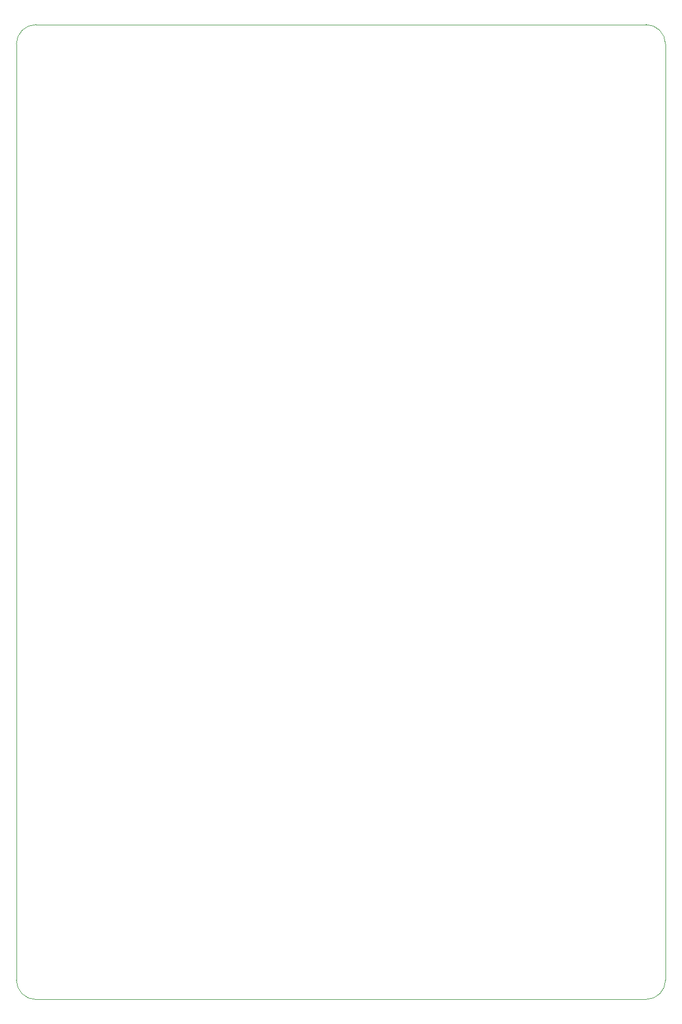
<source format=gbr>
G04 #@! TF.GenerationSoftware,KiCad,Pcbnew,(5.1.2-1)-1*
G04 #@! TF.CreationDate,2020-01-30T23:37:22-08:00*
G04 #@! TF.ProjectId,complete testboard,636f6d70-6c65-4746-9520-74657374626f,1.0*
G04 #@! TF.SameCoordinates,Original*
G04 #@! TF.FileFunction,Profile,NP*
%FSLAX46Y46*%
G04 Gerber Fmt 4.6, Leading zero omitted, Abs format (unit mm)*
G04 Created by KiCad (PCBNEW (5.1.2-1)-1) date 2020-01-30 23:37:22*
%MOMM*%
%LPD*%
G04 APERTURE LIST*
%ADD10C,0.050000*%
G04 APERTURE END LIST*
D10*
X112000000Y-195000000D02*
G75*
G02X109000000Y-198000000I-3000000J0D01*
G01*
X109000000Y-48000000D02*
G75*
G02X112000000Y-51000000I0J-3000000D01*
G01*
X12000000Y-51000000D02*
G75*
G02X15000000Y-48000000I3000000J0D01*
G01*
X15000000Y-198000000D02*
G75*
G02X12000000Y-195000000I0J3000000D01*
G01*
X112000000Y-51000000D02*
X112000000Y-195000000D01*
X15000000Y-48000000D02*
X109000000Y-48000000D01*
X12000000Y-101000000D02*
X12000000Y-51000000D01*
X12000000Y-101000000D02*
X12000000Y-195000000D01*
X15000000Y-198000000D02*
X109000000Y-198000000D01*
M02*

</source>
